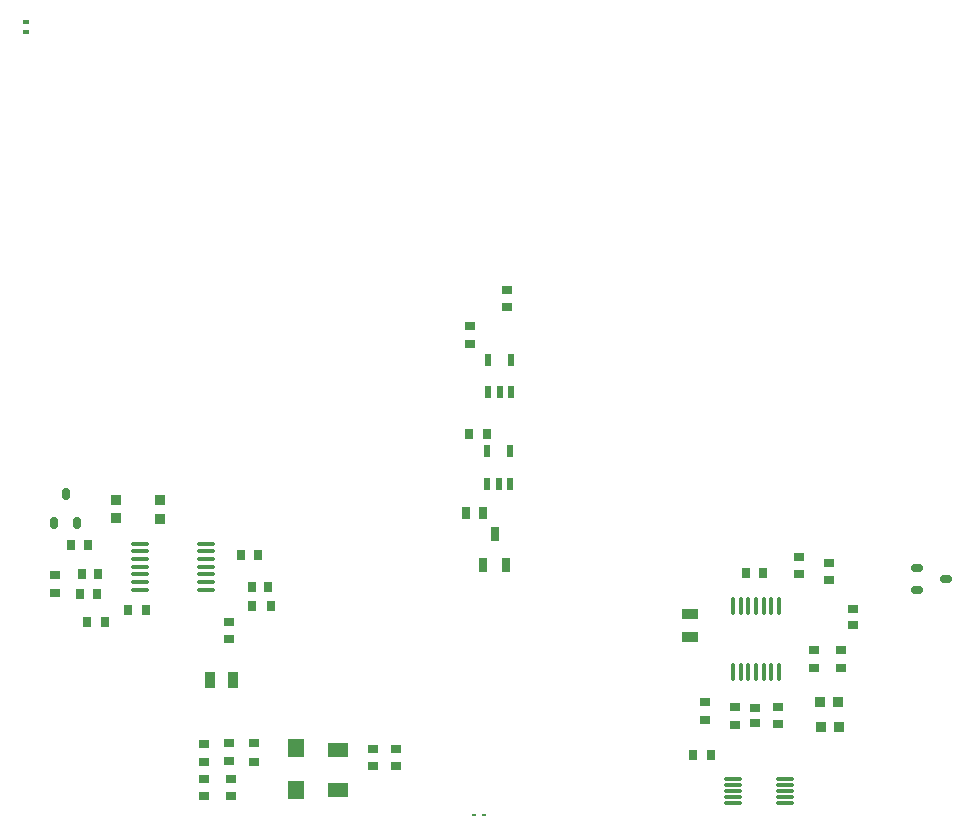
<source format=gtp>
G04*
G04 #@! TF.GenerationSoftware,Altium Limited,Altium Designer,24.0.1 (36)*
G04*
G04 Layer_Color=8421504*
%FSLAX44Y44*%
%MOMM*%
G71*
G04*
G04 #@! TF.SameCoordinates,3C6FB229-8EB3-43CD-B7CA-B0B301390D20*
G04*
G04*
G04 #@! TF.FilePolarity,Positive*
G04*
G01*
G75*
%ADD16R,0.9000X0.6500*%
%ADD17R,0.6500X0.9000*%
%ADD18R,0.9000X0.8000*%
%ADD19R,0.8000X0.9000*%
%ADD20R,0.7500X0.9000*%
%ADD21O,1.6000X0.3500*%
%ADD22R,1.8000X1.3000*%
%ADD23O,0.3500X1.6000*%
%ADD24R,0.3600X0.2500*%
G04:AMPARAMS|DCode=25|XSize=1.45mm|YSize=0.3mm|CornerRadius=0.0495mm|HoleSize=0mm|Usage=FLASHONLY|Rotation=180.000|XOffset=0mm|YOffset=0mm|HoleType=Round|Shape=RoundedRectangle|*
%AMROUNDEDRECTD25*
21,1,1.4500,0.2010,0,0,180.0*
21,1,1.3510,0.3000,0,0,180.0*
1,1,0.0990,-0.6755,0.1005*
1,1,0.0990,0.6755,0.1005*
1,1,0.0990,0.6755,-0.1005*
1,1,0.0990,-0.6755,-0.1005*
%
%ADD25ROUNDEDRECTD25*%
%ADD26R,0.8000X0.9500*%
%ADD27R,0.9500X0.8000*%
%ADD28R,0.9500X1.4500*%
%ADD29R,1.4500X0.9500*%
%ADD30R,0.6000X1.0500*%
G04:AMPARAMS|DCode=31|XSize=0.6mm|YSize=1mm|CornerRadius=0.15mm|HoleSize=0mm|Usage=FLASHONLY|Rotation=90.000|XOffset=0mm|YOffset=0mm|HoleType=Round|Shape=RoundedRectangle|*
%AMROUNDEDRECTD31*
21,1,0.6000,0.7000,0,0,90.0*
21,1,0.3000,1.0000,0,0,90.0*
1,1,0.3000,0.3500,0.1500*
1,1,0.3000,0.3500,-0.1500*
1,1,0.3000,-0.3500,-0.1500*
1,1,0.3000,-0.3500,0.1500*
%
%ADD31ROUNDEDRECTD31*%
%ADD32R,0.8000X1.0000*%
%ADD33R,1.4000X1.5000*%
%ADD34R,0.9000X0.7500*%
G04:AMPARAMS|DCode=35|XSize=0.65mm|YSize=1.2mm|CornerRadius=0.0488mm|HoleSize=0mm|Usage=FLASHONLY|Rotation=180.000|XOffset=0mm|YOffset=0mm|HoleType=Round|Shape=RoundedRectangle|*
%AMROUNDEDRECTD35*
21,1,0.6500,1.1025,0,0,180.0*
21,1,0.5525,1.2000,0,0,180.0*
1,1,0.0975,-0.2763,0.5513*
1,1,0.0975,0.2763,0.5513*
1,1,0.0975,0.2763,-0.5513*
1,1,0.0975,-0.2763,-0.5513*
%
%ADD35ROUNDEDRECTD35*%
%ADD36R,0.5000X0.4500*%
%ADD37R,0.8587X0.9121*%
%ADD38R,0.9121X0.8587*%
G04:AMPARAMS|DCode=39|XSize=0.6mm|YSize=1mm|CornerRadius=0.15mm|HoleSize=0mm|Usage=FLASHONLY|Rotation=180.000|XOffset=0mm|YOffset=0mm|HoleType=Round|Shape=RoundedRectangle|*
%AMROUNDEDRECTD39*
21,1,0.6000,0.7000,0,0,180.0*
21,1,0.3000,1.0000,0,0,180.0*
1,1,0.3000,-0.1500,0.3500*
1,1,0.3000,0.1500,0.3500*
1,1,0.3000,0.1500,-0.3500*
1,1,0.3000,-0.1500,-0.3500*
%
%ADD39ROUNDEDRECTD39*%
D16*
X198800Y234215D02*
D03*
Y219715D02*
D03*
X602020Y166010D02*
D03*
Y151510D02*
D03*
X663359Y162066D02*
D03*
Y147566D02*
D03*
X706359Y269549D02*
D03*
Y284049D02*
D03*
X694109Y195566D02*
D03*
Y210066D02*
D03*
X200109Y86566D02*
D03*
Y101066D02*
D03*
X177359Y86566D02*
D03*
Y101066D02*
D03*
X434359Y515066D02*
D03*
Y500566D02*
D03*
X681359Y289566D02*
D03*
Y275066D02*
D03*
D17*
X208859Y290566D02*
D03*
X223359D02*
D03*
X79109Y299316D02*
D03*
X64609D02*
D03*
X72648Y257505D02*
D03*
X87148D02*
D03*
X113609Y244566D02*
D03*
X128109D02*
D03*
D18*
X177334Y115816D02*
D03*
Y130816D02*
D03*
X340513Y112031D02*
D03*
Y127031D02*
D03*
X51359Y273816D02*
D03*
Y258816D02*
D03*
X716667Y210316D02*
D03*
Y195316D02*
D03*
X198359Y116316D02*
D03*
Y131316D02*
D03*
X320359Y111816D02*
D03*
Y126816D02*
D03*
X402859Y484566D02*
D03*
Y469566D02*
D03*
D19*
X416770Y393260D02*
D03*
X401770D02*
D03*
X591899Y121586D02*
D03*
X606899D02*
D03*
X93359Y233816D02*
D03*
X78359D02*
D03*
X651109Y275816D02*
D03*
X636109D02*
D03*
D20*
X218609Y248066D02*
D03*
X234109D02*
D03*
D21*
X123359Y300566D02*
D03*
Y294066D02*
D03*
Y287566D02*
D03*
Y281066D02*
D03*
Y274566D02*
D03*
Y268066D02*
D03*
Y261566D02*
D03*
X179359Y300566D02*
D03*
Y294066D02*
D03*
Y287566D02*
D03*
Y281066D02*
D03*
Y274566D02*
D03*
Y268066D02*
D03*
Y261566D02*
D03*
D22*
X291359Y91816D02*
D03*
Y125816D02*
D03*
D23*
X664520Y247760D02*
D03*
X658020D02*
D03*
X651520D02*
D03*
X645020D02*
D03*
X638520D02*
D03*
X632020D02*
D03*
X625520D02*
D03*
X664520Y191760D02*
D03*
X658020D02*
D03*
X651520D02*
D03*
X645020D02*
D03*
X638520D02*
D03*
X632020D02*
D03*
X625520D02*
D03*
D24*
X406409Y71066D02*
D03*
X414809D02*
D03*
D25*
X625859Y81316D02*
D03*
Y86316D02*
D03*
Y91316D02*
D03*
Y96316D02*
D03*
Y101316D02*
D03*
X669859D02*
D03*
Y96316D02*
D03*
Y91316D02*
D03*
Y86316D02*
D03*
Y81316D02*
D03*
D26*
X74109Y275066D02*
D03*
X87609D02*
D03*
X231609Y263816D02*
D03*
X218609D02*
D03*
D27*
X727359Y244816D02*
D03*
Y231316D02*
D03*
X643859Y148566D02*
D03*
Y161566D02*
D03*
D28*
X201859Y184816D02*
D03*
X182359D02*
D03*
D29*
X589109Y221066D02*
D03*
Y240566D02*
D03*
D30*
X418270Y428760D02*
D03*
X427770D02*
D03*
X437270D02*
D03*
Y456260D02*
D03*
X418270D02*
D03*
X417520Y351010D02*
D03*
X427020D02*
D03*
X436520D02*
D03*
Y378510D02*
D03*
X417520D02*
D03*
D31*
X805609Y270316D02*
D03*
X781609Y260816D02*
D03*
Y279816D02*
D03*
D32*
X399109Y326566D02*
D03*
X414109D02*
D03*
D33*
X255109Y127596D02*
D03*
Y92036D02*
D03*
D34*
X219770Y131510D02*
D03*
Y116010D02*
D03*
X627359Y147066D02*
D03*
Y162566D02*
D03*
D35*
X414109Y282566D02*
D03*
X433109D02*
D03*
X423609Y308566D02*
D03*
D36*
X27020Y733260D02*
D03*
Y741760D02*
D03*
D37*
X699092Y166816D02*
D03*
X714626D02*
D03*
X715626Y145316D02*
D03*
X700092D02*
D03*
D38*
X140609Y337083D02*
D03*
Y321549D02*
D03*
X103359Y337350D02*
D03*
Y321816D02*
D03*
D39*
X60359Y342316D02*
D03*
X69859Y318316D02*
D03*
X50859D02*
D03*
M02*

</source>
